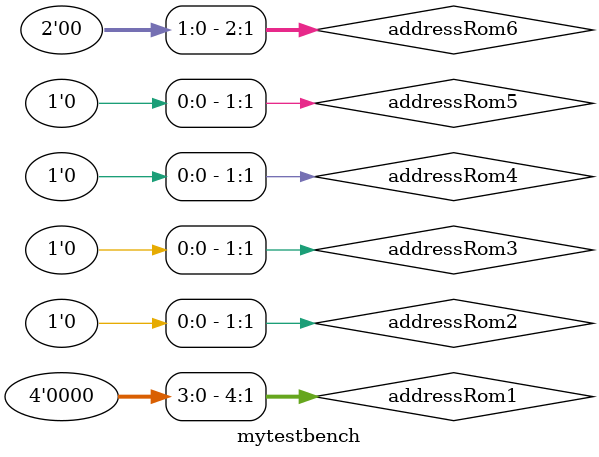
<source format=v>
module mytestbench;

reg [4:0] addressRom1;
reg [1:0] addressRom2;
reg [1:0] addressRom3;
reg [1:0] addressRom4;
reg [1:0] addressRom5;
reg [2:0] addressRom6;
wire [31:0] result;

concater c1 (
    addressRom1 ,
    addressRom2 , 
    addressRom3 , 
    addressRom4 , 
    addressRom5 , 
    addressRom6 , 
    result
);

always begin
  addressRom1 = $random;
  addressRom2 = $random;
  addressRom3 = $random;
  addressRom4 = $random;
  addressRom5 = $random;
  addressRom6 = $random;
  #1000;
  $display("addresRom1 : %h", addressRom1);
  $display("addresRom2 : %h", addressRom2);
  $display("addresRom3 : %h", addressRom3);
  $display("addresRom4 : %h", addressRom4);
  $display("addresRom5 : %h", addressRom5);
  $display("addresRom5 : %h", addressRom6);
  $display("result : %h", result);
end

endmodule

</source>
